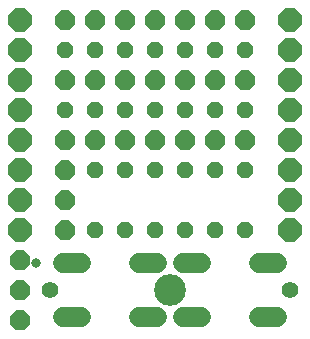
<source format=gbs>
G75*
%MOIN*%
%OFA0B0*%
%FSLAX25Y25*%
%IPPOS*%
%LPD*%
%AMOC8*
5,1,8,0,0,1.08239X$1,22.5*
%
%ADD10C,0.10600*%
%ADD11C,0.05600*%
%ADD12OC8,0.07800*%
%ADD13C,0.06600*%
%ADD14OC8,0.05400*%
%ADD15OC8,0.06600*%
%ADD16C,0.03300*%
D10*
X0056300Y0022700D03*
D11*
X0016300Y0022700D03*
X0096300Y0022700D03*
D12*
X0096300Y0042700D03*
X0096300Y0052700D03*
X0096300Y0062700D03*
X0096300Y0072700D03*
X0096300Y0082700D03*
X0096300Y0092700D03*
X0096300Y0102700D03*
X0096300Y0112700D03*
X0006300Y0112700D03*
X0006300Y0102700D03*
X0006300Y0092700D03*
X0006300Y0082700D03*
X0006300Y0072700D03*
X0006300Y0062700D03*
X0006300Y0052700D03*
X0006300Y0042700D03*
D13*
X0020500Y0031600D02*
X0026500Y0031600D01*
X0026500Y0013800D02*
X0020500Y0013800D01*
X0046100Y0013800D02*
X0052100Y0013800D01*
X0060500Y0013800D02*
X0066500Y0013800D01*
X0066500Y0031600D02*
X0060500Y0031600D01*
X0052100Y0031600D02*
X0046100Y0031600D01*
X0086100Y0031600D02*
X0092100Y0031600D01*
X0092100Y0013800D02*
X0086100Y0013800D01*
D14*
X0081300Y0042700D03*
X0071300Y0042700D03*
X0061300Y0042700D03*
X0051300Y0042700D03*
X0041300Y0042700D03*
X0031300Y0042700D03*
X0031300Y0062700D03*
X0041300Y0062700D03*
X0051300Y0062700D03*
X0061300Y0062700D03*
X0071300Y0062700D03*
X0081300Y0062700D03*
X0081300Y0082700D03*
X0071300Y0082700D03*
X0061300Y0082700D03*
X0051300Y0082700D03*
X0041300Y0082700D03*
X0031300Y0082700D03*
X0021300Y0082700D03*
X0021300Y0102700D03*
X0031300Y0102700D03*
X0041300Y0102700D03*
X0051300Y0102700D03*
X0061300Y0102700D03*
X0071300Y0102700D03*
X0081300Y0102700D03*
D15*
X0006300Y0012700D03*
X0006300Y0022700D03*
X0006300Y0032700D03*
X0021300Y0042700D03*
X0021300Y0052700D03*
X0021300Y0062700D03*
X0021300Y0072700D03*
X0031300Y0072700D03*
X0041300Y0072700D03*
X0051300Y0072700D03*
X0061300Y0072700D03*
X0071300Y0072700D03*
X0081300Y0072700D03*
X0081300Y0092700D03*
X0071300Y0092700D03*
X0061300Y0092700D03*
X0051300Y0092700D03*
X0041300Y0092700D03*
X0031300Y0092700D03*
X0021300Y0092700D03*
X0021300Y0112700D03*
X0031300Y0112700D03*
X0041300Y0112700D03*
X0051300Y0112700D03*
X0061300Y0112700D03*
X0071300Y0112700D03*
X0081300Y0112700D03*
D16*
X0011500Y0031700D03*
M02*

</source>
